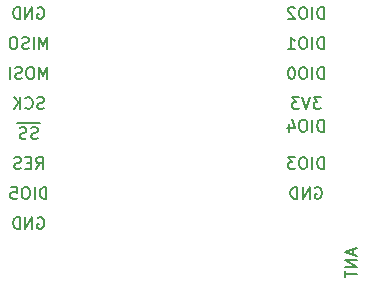
<source format=gbr>
%TF.GenerationSoftware,KiCad,Pcbnew,5.1.12-84ad8e8a86~92~ubuntu20.04.1*%
%TF.CreationDate,2021-12-04T14:18:14+01:00*%
%TF.ProjectId,RFMBreakout,52464d42-7265-4616-9b6f-75742e6b6963,rev?*%
%TF.SameCoordinates,Original*%
%TF.FileFunction,Legend,Bot*%
%TF.FilePolarity,Positive*%
%FSLAX46Y46*%
G04 Gerber Fmt 4.6, Leading zero omitted, Abs format (unit mm)*
G04 Created by KiCad (PCBNEW 5.1.12-84ad8e8a86~92~ubuntu20.04.1) date 2021-12-04 14:18:14*
%MOMM*%
%LPD*%
G01*
G04 APERTURE LIST*
%ADD10C,0.150000*%
%ADD11C,2.250000*%
%ADD12O,1.700000X1.700000*%
%ADD13R,1.700000X1.700000*%
G04 APERTURE END LIST*
D10*
X147486666Y-99949142D02*
X147486666Y-100425333D01*
X147772380Y-99853904D02*
X146772380Y-100187238D01*
X147772380Y-100520571D01*
X147772380Y-100853904D02*
X146772380Y-100853904D01*
X147772380Y-101425333D01*
X146772380Y-101425333D01*
X146772380Y-101758666D02*
X146772380Y-102330095D01*
X147772380Y-102044380D02*
X146772380Y-102044380D01*
X145010000Y-80462380D02*
X145010000Y-79462380D01*
X144771904Y-79462380D01*
X144629047Y-79510000D01*
X144533809Y-79605238D01*
X144486190Y-79700476D01*
X144438571Y-79890952D01*
X144438571Y-80033809D01*
X144486190Y-80224285D01*
X144533809Y-80319523D01*
X144629047Y-80414761D01*
X144771904Y-80462380D01*
X145010000Y-80462380D01*
X144010000Y-80462380D02*
X144010000Y-79462380D01*
X143343333Y-79462380D02*
X143152857Y-79462380D01*
X143057619Y-79510000D01*
X142962380Y-79605238D01*
X142914761Y-79795714D01*
X142914761Y-80129047D01*
X142962380Y-80319523D01*
X143057619Y-80414761D01*
X143152857Y-80462380D01*
X143343333Y-80462380D01*
X143438571Y-80414761D01*
X143533809Y-80319523D01*
X143581428Y-80129047D01*
X143581428Y-79795714D01*
X143533809Y-79605238D01*
X143438571Y-79510000D01*
X143343333Y-79462380D01*
X142533809Y-79557619D02*
X142486190Y-79510000D01*
X142390952Y-79462380D01*
X142152857Y-79462380D01*
X142057619Y-79510000D01*
X142010000Y-79557619D01*
X141962380Y-79652857D01*
X141962380Y-79748095D01*
X142010000Y-79890952D01*
X142581428Y-80462380D01*
X141962380Y-80462380D01*
X145010000Y-83002380D02*
X145010000Y-82002380D01*
X144771904Y-82002380D01*
X144629047Y-82050000D01*
X144533809Y-82145238D01*
X144486190Y-82240476D01*
X144438571Y-82430952D01*
X144438571Y-82573809D01*
X144486190Y-82764285D01*
X144533809Y-82859523D01*
X144629047Y-82954761D01*
X144771904Y-83002380D01*
X145010000Y-83002380D01*
X144010000Y-83002380D02*
X144010000Y-82002380D01*
X143343333Y-82002380D02*
X143152857Y-82002380D01*
X143057619Y-82050000D01*
X142962380Y-82145238D01*
X142914761Y-82335714D01*
X142914761Y-82669047D01*
X142962380Y-82859523D01*
X143057619Y-82954761D01*
X143152857Y-83002380D01*
X143343333Y-83002380D01*
X143438571Y-82954761D01*
X143533809Y-82859523D01*
X143581428Y-82669047D01*
X143581428Y-82335714D01*
X143533809Y-82145238D01*
X143438571Y-82050000D01*
X143343333Y-82002380D01*
X141962380Y-83002380D02*
X142533809Y-83002380D01*
X142248095Y-83002380D02*
X142248095Y-82002380D01*
X142343333Y-82145238D01*
X142438571Y-82240476D01*
X142533809Y-82288095D01*
X145010000Y-85542380D02*
X145010000Y-84542380D01*
X144771904Y-84542380D01*
X144629047Y-84590000D01*
X144533809Y-84685238D01*
X144486190Y-84780476D01*
X144438571Y-84970952D01*
X144438571Y-85113809D01*
X144486190Y-85304285D01*
X144533809Y-85399523D01*
X144629047Y-85494761D01*
X144771904Y-85542380D01*
X145010000Y-85542380D01*
X144010000Y-85542380D02*
X144010000Y-84542380D01*
X143343333Y-84542380D02*
X143152857Y-84542380D01*
X143057619Y-84590000D01*
X142962380Y-84685238D01*
X142914761Y-84875714D01*
X142914761Y-85209047D01*
X142962380Y-85399523D01*
X143057619Y-85494761D01*
X143152857Y-85542380D01*
X143343333Y-85542380D01*
X143438571Y-85494761D01*
X143533809Y-85399523D01*
X143581428Y-85209047D01*
X143581428Y-84875714D01*
X143533809Y-84685238D01*
X143438571Y-84590000D01*
X143343333Y-84542380D01*
X142295714Y-84542380D02*
X142200476Y-84542380D01*
X142105238Y-84590000D01*
X142057619Y-84637619D01*
X142010000Y-84732857D01*
X141962380Y-84923333D01*
X141962380Y-85161428D01*
X142010000Y-85351904D01*
X142057619Y-85447142D01*
X142105238Y-85494761D01*
X142200476Y-85542380D01*
X142295714Y-85542380D01*
X142390952Y-85494761D01*
X142438571Y-85447142D01*
X142486190Y-85351904D01*
X142533809Y-85161428D01*
X142533809Y-84923333D01*
X142486190Y-84732857D01*
X142438571Y-84637619D01*
X142390952Y-84590000D01*
X142295714Y-84542380D01*
X144748095Y-87082380D02*
X144129047Y-87082380D01*
X144462380Y-87463333D01*
X144319523Y-87463333D01*
X144224285Y-87510952D01*
X144176666Y-87558571D01*
X144129047Y-87653809D01*
X144129047Y-87891904D01*
X144176666Y-87987142D01*
X144224285Y-88034761D01*
X144319523Y-88082380D01*
X144605238Y-88082380D01*
X144700476Y-88034761D01*
X144748095Y-87987142D01*
X143843333Y-87082380D02*
X143510000Y-88082380D01*
X143176666Y-87082380D01*
X142938571Y-87082380D02*
X142319523Y-87082380D01*
X142652857Y-87463333D01*
X142510000Y-87463333D01*
X142414761Y-87510952D01*
X142367142Y-87558571D01*
X142319523Y-87653809D01*
X142319523Y-87891904D01*
X142367142Y-87987142D01*
X142414761Y-88034761D01*
X142510000Y-88082380D01*
X142795714Y-88082380D01*
X142890952Y-88034761D01*
X142938571Y-87987142D01*
X145010000Y-89987380D02*
X145010000Y-88987380D01*
X144771904Y-88987380D01*
X144629047Y-89035000D01*
X144533809Y-89130238D01*
X144486190Y-89225476D01*
X144438571Y-89415952D01*
X144438571Y-89558809D01*
X144486190Y-89749285D01*
X144533809Y-89844523D01*
X144629047Y-89939761D01*
X144771904Y-89987380D01*
X145010000Y-89987380D01*
X144010000Y-89987380D02*
X144010000Y-88987380D01*
X143343333Y-88987380D02*
X143152857Y-88987380D01*
X143057619Y-89035000D01*
X142962380Y-89130238D01*
X142914761Y-89320714D01*
X142914761Y-89654047D01*
X142962380Y-89844523D01*
X143057619Y-89939761D01*
X143152857Y-89987380D01*
X143343333Y-89987380D01*
X143438571Y-89939761D01*
X143533809Y-89844523D01*
X143581428Y-89654047D01*
X143581428Y-89320714D01*
X143533809Y-89130238D01*
X143438571Y-89035000D01*
X143343333Y-88987380D01*
X142057619Y-89320714D02*
X142057619Y-89987380D01*
X142295714Y-88939761D02*
X142533809Y-89654047D01*
X141914761Y-89654047D01*
X145010000Y-93162380D02*
X145010000Y-92162380D01*
X144771904Y-92162380D01*
X144629047Y-92210000D01*
X144533809Y-92305238D01*
X144486190Y-92400476D01*
X144438571Y-92590952D01*
X144438571Y-92733809D01*
X144486190Y-92924285D01*
X144533809Y-93019523D01*
X144629047Y-93114761D01*
X144771904Y-93162380D01*
X145010000Y-93162380D01*
X144010000Y-93162380D02*
X144010000Y-92162380D01*
X143343333Y-92162380D02*
X143152857Y-92162380D01*
X143057619Y-92210000D01*
X142962380Y-92305238D01*
X142914761Y-92495714D01*
X142914761Y-92829047D01*
X142962380Y-93019523D01*
X143057619Y-93114761D01*
X143152857Y-93162380D01*
X143343333Y-93162380D01*
X143438571Y-93114761D01*
X143533809Y-93019523D01*
X143581428Y-92829047D01*
X143581428Y-92495714D01*
X143533809Y-92305238D01*
X143438571Y-92210000D01*
X143343333Y-92162380D01*
X142581428Y-92162380D02*
X141962380Y-92162380D01*
X142295714Y-92543333D01*
X142152857Y-92543333D01*
X142057619Y-92590952D01*
X142010000Y-92638571D01*
X141962380Y-92733809D01*
X141962380Y-92971904D01*
X142010000Y-93067142D01*
X142057619Y-93114761D01*
X142152857Y-93162380D01*
X142438571Y-93162380D01*
X142533809Y-93114761D01*
X142581428Y-93067142D01*
X144271904Y-94750000D02*
X144367142Y-94702380D01*
X144510000Y-94702380D01*
X144652857Y-94750000D01*
X144748095Y-94845238D01*
X144795714Y-94940476D01*
X144843333Y-95130952D01*
X144843333Y-95273809D01*
X144795714Y-95464285D01*
X144748095Y-95559523D01*
X144652857Y-95654761D01*
X144510000Y-95702380D01*
X144414761Y-95702380D01*
X144271904Y-95654761D01*
X144224285Y-95607142D01*
X144224285Y-95273809D01*
X144414761Y-95273809D01*
X143795714Y-95702380D02*
X143795714Y-94702380D01*
X143224285Y-95702380D01*
X143224285Y-94702380D01*
X142748095Y-95702380D02*
X142748095Y-94702380D01*
X142510000Y-94702380D01*
X142367142Y-94750000D01*
X142271904Y-94845238D01*
X142224285Y-94940476D01*
X142176666Y-95130952D01*
X142176666Y-95273809D01*
X142224285Y-95464285D01*
X142271904Y-95559523D01*
X142367142Y-95654761D01*
X142510000Y-95702380D01*
X142748095Y-95702380D01*
X120776904Y-79510000D02*
X120872142Y-79462380D01*
X121015000Y-79462380D01*
X121157857Y-79510000D01*
X121253095Y-79605238D01*
X121300714Y-79700476D01*
X121348333Y-79890952D01*
X121348333Y-80033809D01*
X121300714Y-80224285D01*
X121253095Y-80319523D01*
X121157857Y-80414761D01*
X121015000Y-80462380D01*
X120919761Y-80462380D01*
X120776904Y-80414761D01*
X120729285Y-80367142D01*
X120729285Y-80033809D01*
X120919761Y-80033809D01*
X120300714Y-80462380D02*
X120300714Y-79462380D01*
X119729285Y-80462380D01*
X119729285Y-79462380D01*
X119253095Y-80462380D02*
X119253095Y-79462380D01*
X119015000Y-79462380D01*
X118872142Y-79510000D01*
X118776904Y-79605238D01*
X118729285Y-79700476D01*
X118681666Y-79890952D01*
X118681666Y-80033809D01*
X118729285Y-80224285D01*
X118776904Y-80319523D01*
X118872142Y-80414761D01*
X119015000Y-80462380D01*
X119253095Y-80462380D01*
X120776904Y-97290000D02*
X120872142Y-97242380D01*
X121015000Y-97242380D01*
X121157857Y-97290000D01*
X121253095Y-97385238D01*
X121300714Y-97480476D01*
X121348333Y-97670952D01*
X121348333Y-97813809D01*
X121300714Y-98004285D01*
X121253095Y-98099523D01*
X121157857Y-98194761D01*
X121015000Y-98242380D01*
X120919761Y-98242380D01*
X120776904Y-98194761D01*
X120729285Y-98147142D01*
X120729285Y-97813809D01*
X120919761Y-97813809D01*
X120300714Y-98242380D02*
X120300714Y-97242380D01*
X119729285Y-98242380D01*
X119729285Y-97242380D01*
X119253095Y-98242380D02*
X119253095Y-97242380D01*
X119015000Y-97242380D01*
X118872142Y-97290000D01*
X118776904Y-97385238D01*
X118729285Y-97480476D01*
X118681666Y-97670952D01*
X118681666Y-97813809D01*
X118729285Y-98004285D01*
X118776904Y-98099523D01*
X118872142Y-98194761D01*
X119015000Y-98242380D01*
X119253095Y-98242380D01*
X121515000Y-95702380D02*
X121515000Y-94702380D01*
X121276904Y-94702380D01*
X121134047Y-94750000D01*
X121038809Y-94845238D01*
X120991190Y-94940476D01*
X120943571Y-95130952D01*
X120943571Y-95273809D01*
X120991190Y-95464285D01*
X121038809Y-95559523D01*
X121134047Y-95654761D01*
X121276904Y-95702380D01*
X121515000Y-95702380D01*
X120515000Y-95702380D02*
X120515000Y-94702380D01*
X119848333Y-94702380D02*
X119657857Y-94702380D01*
X119562619Y-94750000D01*
X119467380Y-94845238D01*
X119419761Y-95035714D01*
X119419761Y-95369047D01*
X119467380Y-95559523D01*
X119562619Y-95654761D01*
X119657857Y-95702380D01*
X119848333Y-95702380D01*
X119943571Y-95654761D01*
X120038809Y-95559523D01*
X120086428Y-95369047D01*
X120086428Y-95035714D01*
X120038809Y-94845238D01*
X119943571Y-94750000D01*
X119848333Y-94702380D01*
X118515000Y-94702380D02*
X118991190Y-94702380D01*
X119038809Y-95178571D01*
X118991190Y-95130952D01*
X118895952Y-95083333D01*
X118657857Y-95083333D01*
X118562619Y-95130952D01*
X118515000Y-95178571D01*
X118467380Y-95273809D01*
X118467380Y-95511904D01*
X118515000Y-95607142D01*
X118562619Y-95654761D01*
X118657857Y-95702380D01*
X118895952Y-95702380D01*
X118991190Y-95654761D01*
X119038809Y-95607142D01*
X120634047Y-93162380D02*
X120967380Y-92686190D01*
X121205476Y-93162380D02*
X121205476Y-92162380D01*
X120824523Y-92162380D01*
X120729285Y-92210000D01*
X120681666Y-92257619D01*
X120634047Y-92352857D01*
X120634047Y-92495714D01*
X120681666Y-92590952D01*
X120729285Y-92638571D01*
X120824523Y-92686190D01*
X121205476Y-92686190D01*
X120205476Y-92638571D02*
X119872142Y-92638571D01*
X119729285Y-93162380D02*
X120205476Y-93162380D01*
X120205476Y-92162380D01*
X119729285Y-92162380D01*
X119348333Y-93114761D02*
X119205476Y-93162380D01*
X118967380Y-93162380D01*
X118872142Y-93114761D01*
X118824523Y-93067142D01*
X118776904Y-92971904D01*
X118776904Y-92876666D01*
X118824523Y-92781428D01*
X118872142Y-92733809D01*
X118967380Y-92686190D01*
X119157857Y-92638571D01*
X119253095Y-92590952D01*
X119300714Y-92543333D01*
X119348333Y-92448095D01*
X119348333Y-92352857D01*
X119300714Y-92257619D01*
X119253095Y-92210000D01*
X119157857Y-92162380D01*
X118919761Y-92162380D01*
X118776904Y-92210000D01*
X120967380Y-89255000D02*
X120015000Y-89255000D01*
X120776904Y-90574761D02*
X120634047Y-90622380D01*
X120395952Y-90622380D01*
X120300714Y-90574761D01*
X120253095Y-90527142D01*
X120205476Y-90431904D01*
X120205476Y-90336666D01*
X120253095Y-90241428D01*
X120300714Y-90193809D01*
X120395952Y-90146190D01*
X120586428Y-90098571D01*
X120681666Y-90050952D01*
X120729285Y-90003333D01*
X120776904Y-89908095D01*
X120776904Y-89812857D01*
X120729285Y-89717619D01*
X120681666Y-89670000D01*
X120586428Y-89622380D01*
X120348333Y-89622380D01*
X120205476Y-89670000D01*
X120015000Y-89255000D02*
X119062619Y-89255000D01*
X119824523Y-90574761D02*
X119681666Y-90622380D01*
X119443571Y-90622380D01*
X119348333Y-90574761D01*
X119300714Y-90527142D01*
X119253095Y-90431904D01*
X119253095Y-90336666D01*
X119300714Y-90241428D01*
X119348333Y-90193809D01*
X119443571Y-90146190D01*
X119634047Y-90098571D01*
X119729285Y-90050952D01*
X119776904Y-90003333D01*
X119824523Y-89908095D01*
X119824523Y-89812857D01*
X119776904Y-89717619D01*
X119729285Y-89670000D01*
X119634047Y-89622380D01*
X119395952Y-89622380D01*
X119253095Y-89670000D01*
X121300714Y-88034761D02*
X121157857Y-88082380D01*
X120919761Y-88082380D01*
X120824523Y-88034761D01*
X120776904Y-87987142D01*
X120729285Y-87891904D01*
X120729285Y-87796666D01*
X120776904Y-87701428D01*
X120824523Y-87653809D01*
X120919761Y-87606190D01*
X121110238Y-87558571D01*
X121205476Y-87510952D01*
X121253095Y-87463333D01*
X121300714Y-87368095D01*
X121300714Y-87272857D01*
X121253095Y-87177619D01*
X121205476Y-87130000D01*
X121110238Y-87082380D01*
X120872142Y-87082380D01*
X120729285Y-87130000D01*
X119729285Y-87987142D02*
X119776904Y-88034761D01*
X119919761Y-88082380D01*
X120015000Y-88082380D01*
X120157857Y-88034761D01*
X120253095Y-87939523D01*
X120300714Y-87844285D01*
X120348333Y-87653809D01*
X120348333Y-87510952D01*
X120300714Y-87320476D01*
X120253095Y-87225238D01*
X120157857Y-87130000D01*
X120015000Y-87082380D01*
X119919761Y-87082380D01*
X119776904Y-87130000D01*
X119729285Y-87177619D01*
X119300714Y-88082380D02*
X119300714Y-87082380D01*
X118729285Y-88082380D02*
X119157857Y-87510952D01*
X118729285Y-87082380D02*
X119300714Y-87653809D01*
X121586428Y-85542380D02*
X121586428Y-84542380D01*
X121253095Y-85256666D01*
X120919761Y-84542380D01*
X120919761Y-85542380D01*
X120253095Y-84542380D02*
X120062619Y-84542380D01*
X119967380Y-84590000D01*
X119872142Y-84685238D01*
X119824523Y-84875714D01*
X119824523Y-85209047D01*
X119872142Y-85399523D01*
X119967380Y-85494761D01*
X120062619Y-85542380D01*
X120253095Y-85542380D01*
X120348333Y-85494761D01*
X120443571Y-85399523D01*
X120491190Y-85209047D01*
X120491190Y-84875714D01*
X120443571Y-84685238D01*
X120348333Y-84590000D01*
X120253095Y-84542380D01*
X119443571Y-85494761D02*
X119300714Y-85542380D01*
X119062619Y-85542380D01*
X118967380Y-85494761D01*
X118919761Y-85447142D01*
X118872142Y-85351904D01*
X118872142Y-85256666D01*
X118919761Y-85161428D01*
X118967380Y-85113809D01*
X119062619Y-85066190D01*
X119253095Y-85018571D01*
X119348333Y-84970952D01*
X119395952Y-84923333D01*
X119443571Y-84828095D01*
X119443571Y-84732857D01*
X119395952Y-84637619D01*
X119348333Y-84590000D01*
X119253095Y-84542380D01*
X119015000Y-84542380D01*
X118872142Y-84590000D01*
X118443571Y-85542380D02*
X118443571Y-84542380D01*
X121586428Y-83002380D02*
X121586428Y-82002380D01*
X121253095Y-82716666D01*
X120919761Y-82002380D01*
X120919761Y-83002380D01*
X120443571Y-83002380D02*
X120443571Y-82002380D01*
X120015000Y-82954761D02*
X119872142Y-83002380D01*
X119634047Y-83002380D01*
X119538809Y-82954761D01*
X119491190Y-82907142D01*
X119443571Y-82811904D01*
X119443571Y-82716666D01*
X119491190Y-82621428D01*
X119538809Y-82573809D01*
X119634047Y-82526190D01*
X119824523Y-82478571D01*
X119919761Y-82430952D01*
X119967380Y-82383333D01*
X120015000Y-82288095D01*
X120015000Y-82192857D01*
X119967380Y-82097619D01*
X119919761Y-82050000D01*
X119824523Y-82002380D01*
X119586428Y-82002380D01*
X119443571Y-82050000D01*
X118824523Y-82002380D02*
X118634047Y-82002380D01*
X118538809Y-82050000D01*
X118443571Y-82145238D01*
X118395952Y-82335714D01*
X118395952Y-82669047D01*
X118443571Y-82859523D01*
X118538809Y-82954761D01*
X118634047Y-83002380D01*
X118824523Y-83002380D01*
X118919761Y-82954761D01*
X119015000Y-82859523D01*
X119062619Y-82669047D01*
X119062619Y-82335714D01*
X119015000Y-82145238D01*
X118919761Y-82050000D01*
X118824523Y-82002380D01*
%LPC*%
D11*
%TO.C,J4*%
X134540000Y-99060000D03*
X134540000Y-104140000D03*
X129460000Y-104140000D03*
X129460000Y-99060000D03*
X132000000Y-101600000D03*
%TD*%
D12*
%TO.C,J2*%
X147320000Y-80010000D03*
X147320000Y-82550000D03*
X147320000Y-85090000D03*
X147320000Y-87630000D03*
X147320000Y-90170000D03*
X147320000Y-92710000D03*
X147320000Y-95250000D03*
D13*
X147320000Y-97790000D03*
%TD*%
D12*
%TO.C,J1*%
X116840000Y-97790000D03*
X116840000Y-95250000D03*
X116840000Y-92710000D03*
X116840000Y-90170000D03*
X116840000Y-87630000D03*
X116840000Y-85090000D03*
X116840000Y-82550000D03*
D13*
X116840000Y-80010000D03*
%TD*%
M02*

</source>
